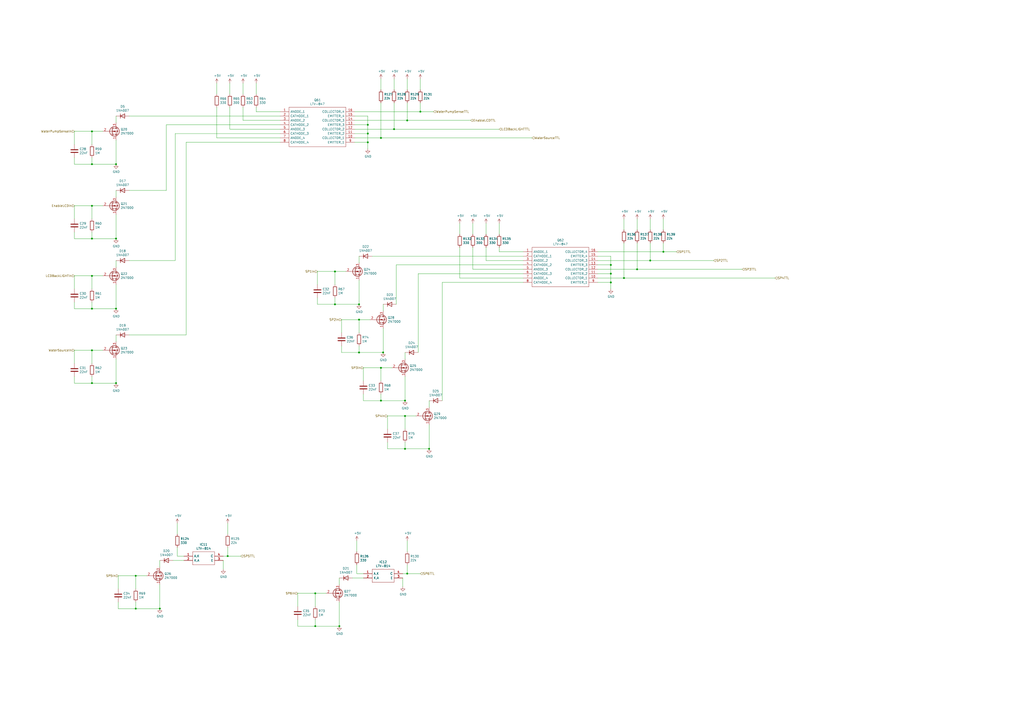
<source format=kicad_sch>
(kicad_sch (version 20231120) (generator "eeschema") (generator_version "8.0")
  (paper "A2")
  (lib_symbols
    (symbol "Device:C" (pin_numbers hide) (pin_names (offset 0.254))
      (property "Reference" "C" (at 0.635 2.54 0))
      (property "Value" "C" (at 0.635 -2.54 0))
      (symbol "C_0_1"
        (polyline (pts (xy -2.032 -0.762) (xy 2.032 -0.762)) (stroke (width 0.508)))
        (polyline (pts (xy -2.032 0.762) (xy 2.032 0.762)) (stroke (width 0.508)))
      )
      (symbol "C_1_1"
        (pin passive line (at 0 3.81 270) (length 2.794) (name "~") (number "1"))
        (pin passive line (at 0 -3.81 90) (length 2.794) (name "~") (number "2"))
      )
    )
    (symbol "Device:R" (pin_numbers hide) (pin_names (offset 0))
      (property "Reference" "R" (at 2.032 0 90))
      (property "Value" "R" (at 0 0 90))
      (symbol "R_0_1"
        (rectangle (start -1.016 -2.54) (end 1.016 2.54) (stroke (width 0.254)))
      )
      (symbol "R_1_1"
        (pin passive line (at 0 3.81 270) (length 1.27) (name "~") (number "1"))
        (pin passive line (at 0 -3.81 90) (length 1.27) (name "~") (number "2"))
      )
    )
    (symbol "Diode:1N4007" (pin_numbers hide) (pin_names (offset 1.016) hide)
      (property "Reference" "D" (at 0 2.54 0))
      (property "Value" "1N4007" (at 0 -2.54 0))
      (symbol "1N4007_0_1"
        (polyline (pts (xy -1.27 1.27) (xy -1.27 -1.27)) (stroke (width 0.254)))
        (polyline (pts (xy 1.27 0) (xy -1.27 0)))
        (polyline (pts (xy 1.27 1.27) (xy 1.27 -1.27) (xy -1.27 0) (xy 1.27 1.27)) (stroke (width 0.254)))
      )
      (symbol "1N4007_1_1"
        (pin passive line (at -3.81 0 0) (length 2.54) (name "K") (number "1"))
        (pin passive line (at 3.81 0 180) (length 2.54) (name "A") (number "2"))
      )
    )
    (symbol "SamacSys_Parts:LTV-814" (pin_names (offset 0.762))
      (property "Reference" "IC" (at 19.05 7.62 0))
      (property "Value" "SamacSys_Parts_LTV-814" (at 19.05 5.08 0))
      (symbol "LTV-814_0_0"
        (pin passive line (at 0 0 0) (length 5.08) (name "A,K") (number "1"))
        (pin passive line (at 0 -2.54 0) (length 5.08) (name "K,A") (number "2"))
        (pin passive line (at 22.86 -2.54 180) (length 5.08) (name "E") (number "3"))
        (pin passive line (at 22.86 0 180) (length 5.08) (name "C") (number "4"))
      )
      (symbol "LTV-814_0_1"
        (polyline (pts (xy 5.08 2.54) (xy 17.78 2.54) (xy 17.78 -5.08) (xy 5.08 -5.08) (xy 5.08 2.54)) (stroke (width 0.1524)))
      )
    )
    (symbol "SamacSys_Parts:LTV-847" (pin_names (offset 0.762))
      (property "Reference" "Q" (at 39.37 7.62 0))
      (property "Value" "SamacSys_Parts_LTV-847" (at 39.37 5.08 0))
      (symbol "LTV-847_0_0"
        (pin passive line (at 0 0 0) (length 5.08) (name "ANODE_1") (number "1"))
        (pin passive line (at 43.18 -15.24 180) (length 5.08) (name "COLLECTOR_1") (number "10"))
        (pin passive line (at 43.18 -12.7 180) (length 5.08) (name "EMITTER_2") (number "11"))
        (pin passive line (at 43.18 -10.16 180) (length 5.08) (name "COLLECTOR_2") (number "12"))
        (pin passive line (at 43.18 -7.62 180) (length 5.08) (name "EMITTER_3") (number "13"))
        (pin passive line (at 43.18 -5.08 180) (length 5.08) (name "COLLECTOR_3") (number "14"))
        (pin passive line (at 43.18 -2.54 180) (length 5.08) (name "EMITTER_4") (number "15"))
        (pin passive line (at 43.18 0 180) (length 5.08) (name "COLLECTOR_4") (number "16"))
        (pin passive line (at 0 -2.54 0) (length 5.08) (name "CATHODE_1") (number "2"))
        (pin passive line (at 0 -5.08 0) (length 5.08) (name "ANODE_2") (number "3"))
        (pin passive line (at 0 -7.62 0) (length 5.08) (name "CATHODE_2") (number "4"))
        (pin passive line (at 0 -10.16 0) (length 5.08) (name "ANODE_3") (number "5"))
        (pin passive line (at 0 -12.7 0) (length 5.08) (name "CATHODE_3") (number "6"))
        (pin passive line (at 0 -15.24 0) (length 5.08) (name "ANODE_4") (number "7"))
        (pin passive line (at 0 -17.78 0) (length 5.08) (name "CATHODE_4") (number "8"))
        (pin passive line (at 43.18 -17.78 180) (length 5.08) (name "EMITTER_1") (number "9"))
      )
      (symbol "LTV-847_0_1"
        (polyline (pts (xy 5.08 2.54) (xy 38.1 2.54) (xy 38.1 -20.32) (xy 5.08 -20.32) (xy 5.08 2.54)) (stroke (width 0.1524)))
      )
    )
    (symbol "Transistor_FET:2N7000" (pin_names hide)
      (property "Reference" "Q" (at 5.08 1.905 0))
      (property "Value" "2N7000" (at 5.08 0 0))
      (symbol "2N7000_0_1"
        (polyline (pts (xy 0.254 0) (xy -2.54 0)))
        (polyline (pts (xy 0.254 1.905) (xy 0.254 -1.905)) (stroke (width 0.254)))
        (polyline (pts (xy 0.762 -1.27) (xy 0.762 -2.286)) (stroke (width 0.254)))
        (polyline (pts (xy 0.762 0.508) (xy 0.762 -0.508)) (stroke (width 0.254)))
        (polyline (pts (xy 0.762 2.286) (xy 0.762 1.27)) (stroke (width 0.254)))
        (polyline (pts (xy 2.54 2.54) (xy 2.54 1.778)))
        (polyline (pts (xy 2.54 -2.54) (xy 2.54 0) (xy 0.762 0)))
        (polyline (pts (xy 0.762 -1.778) (xy 3.302 -1.778) (xy 3.302 1.778) (xy 0.762 1.778)))
        (polyline (pts (xy 1.016 0) (xy 2.032 0.381) (xy 2.032 -0.381) (xy 1.016 0)) (fill (type outline)))
        (polyline (pts (xy 2.794 0.508) (xy 2.921 0.381) (xy 3.683 0.381) (xy 3.81 0.254)))
        (polyline (pts (xy 3.302 0.381) (xy 2.921 -0.254) (xy 3.683 -0.254) (xy 3.302 0.381)))
        (circle (center 1.651 0) (radius 2.794) (stroke (width 0.254)))
        (circle (center 2.54 -1.778) (radius 0.254) (fill (type outline)))
        (circle (center 2.54 1.778) (radius 0.254) (fill (type outline)))
      )
      (symbol "2N7000_1_1"
        (pin passive line (at 2.54 -5.08 90) (length 2.54) (name "S") (number "1"))
        (pin input line (at -5.08 0 0) (length 2.54) (name "G") (number "2"))
        (pin passive line (at 2.54 5.08 270) (length 2.54) (name "D") (number "3"))
      )
    )
    (symbol "power:+5V" (power) (pin_names (offset 0))
      (property "Value" "+5V" (at 0 3.556 0))
      (symbol "+5V_0_1"
        (polyline (pts (xy -0.762 1.27) (xy 0 2.54)))
        (polyline (pts (xy 0 0) (xy 0 2.54)))
        (polyline (pts (xy 0 2.54) (xy 0.762 1.27)))
      )
      (symbol "+5V_1_1"
        (pin power_in line (at 0 0 90) (length 0) hide (name "+5V") (number "1"))
      )
    )
    (symbol "power:GND" (power) (pin_names (offset 0))
      (property "Value" "GND" (at 0 -3.81 0))
      (symbol "GND_0_1"
        (polyline (pts (xy 0 0) (xy 0 -1.27) (xy 1.27 -1.27) (xy 0 -2.54) (xy -1.27 -1.27) (xy 0 -1.27)))
      )
      (symbol "GND_1_1"
        (pin power_in line (at 0 0 270) (length 0) hide (name "GND") (number "1"))
      )
    )
  )
  (junction (at 248.92 260.35))
  (junction (at 369.57 156.21))
  (junction (at 194.31 176.53))
  (junction (at 92.71 353.06))
  (junction (at 53.34 95.25))
  (junction (at 182.88 344.17))
  (junction (at 67.31 95.25))
  (junction (at 208.28 204.47))
  (junction (at 213.36 82.55))
  (junction (at 222.25 204.47))
  (junction (at 182.88 363.22))
  (junction (at 67.31 222.25))
  (junction (at 234.95 241.3))
  (junction (at 228.6 74.93))
  (junction (at 354.33 163.83))
  (junction (at 132.08 322.58))
  (junction (at 67.31 179.07))
  (junction (at 354.33 158.75))
  (junction (at 208.28 176.53))
  (junction (at 213.36 77.47))
  (junction (at 208.28 185.42))
  (junction (at 234.95 232.41))
  (junction (at 234.95 260.35))
  (junction (at 384.81 146.05))
  (junction (at 78.74 334.01))
  (junction (at 194.31 157.48))
  (junction (at 354.33 153.67))
  (junction (at 53.34 203.2))
  (junction (at 53.34 138.43))
  (junction (at 361.95 161.29))
  (junction (at 377.19 151.13))
  (junction (at 236.22 69.85))
  (junction (at 78.74 353.06))
  (junction (at 53.34 179.07))
  (junction (at 67.31 138.43))
  (junction (at 220.98 232.41))
  (junction (at 220.98 80.01))
  (junction (at 213.36 72.39))
  (junction (at 236.22 332.74))
  (junction (at 53.34 222.25))
  (junction (at 196.85 363.22))
  (junction (at 53.34 160.02))
  (junction (at 53.34 76.2))
  (junction (at 243.84 64.77))
  (junction (at 220.98 213.36))
  (junction (at 53.34 119.38))
  (wire (pts (xy 92.71 339.09) (xy 92.71 353.06)))
  (wire (pts (xy 184.15 157.48) (xy 194.31 157.48)))
  (wire (pts (xy 384.81 146.05) (xy 392.43 146.05)))
  (wire (pts (xy 210.82 213.36) (xy 220.98 213.36)))
  (wire (pts (xy 67.31 165.1) (xy 67.31 179.07)))
  (wire (pts (xy 229.87 153.67) (xy 303.53 153.67)))
  (wire (pts (xy 266.7 143.51) (xy 266.7 161.29)))
  (wire (pts (xy 53.34 203.2) (xy 59.69 203.2)))
  (wire (pts (xy 125.73 48.26) (xy 125.73 54.61)))
  (wire (pts (xy 100.33 325.12) (xy 106.68 325.12)))
  (wire (pts (xy 377.19 140.97) (xy 377.19 151.13)))
  (wire (pts (xy 182.88 363.22) (xy 196.85 363.22)))
  (wire (pts (xy 256.54 232.41) (xy 256.54 163.83)))
  (wire (pts (xy 224.79 241.3) (xy 234.95 241.3)))
  (wire (pts (xy 256.54 163.83) (xy 303.53 163.83)))
  (wire (pts (xy 148.59 48.26) (xy 148.59 54.61)))
  (wire (pts (xy 229.87 176.53) (xy 229.87 153.67)))
  (wire (pts (xy 43.18 210.82) (xy 43.18 203.2)))
  (wire (pts (xy 132.08 322.58) (xy 139.7 322.58)))
  (wire (pts (xy 43.18 167.64) (xy 43.18 160.02)))
  (wire (pts (xy 102.87 303.53) (xy 102.87 309.88)))
  (wire (pts (xy 43.18 138.43) (xy 53.34 138.43)))
  (wire (pts (xy 289.56 143.51) (xy 289.56 146.05)))
  (wire (pts (xy 102.87 322.58) (xy 102.87 317.5)))
  (wire (pts (xy 67.31 208.28) (xy 67.31 222.25)))
  (wire (pts (xy 384.81 140.97) (xy 384.81 146.05)))
  (wire (pts (xy 67.31 124.46) (xy 67.31 138.43)))
  (wire (pts (xy 236.22 59.69) (xy 236.22 69.85)))
  (wire (pts (xy 234.95 208.28) (xy 234.95 204.47)))
  (wire (pts (xy 346.71 153.67) (xy 354.33 153.67)))
  (wire (pts (xy 361.95 127) (xy 361.95 133.35)))
  (wire (pts (xy 207.01 332.74) (xy 207.01 327.66)))
  (wire (pts (xy 354.33 153.67) (xy 354.33 158.75)))
  (wire (pts (xy 354.33 167.64) (xy 354.33 163.83)))
  (wire (pts (xy 182.88 344.17) (xy 189.23 344.17)))
  (wire (pts (xy 224.79 248.92) (xy 224.79 241.3)))
  (wire (pts (xy 172.72 363.22) (xy 172.72 359.41)))
  (wire (pts (xy 243.84 59.69) (xy 243.84 64.77)))
  (wire (pts (xy 220.98 45.72) (xy 220.98 52.07)))
  (wire (pts (xy 236.22 332.74) (xy 236.22 327.66)))
  (wire (pts (xy 67.31 154.94) (xy 67.31 151.13)))
  (wire (pts (xy 53.34 138.43) (xy 67.31 138.43)))
  (wire (pts (xy 274.32 143.51) (xy 274.32 156.21)))
  (wire (pts (xy 68.58 353.06) (xy 68.58 349.25)))
  (wire (pts (xy 354.33 158.75) (xy 354.33 163.83)))
  (wire (pts (xy 210.82 232.41) (xy 220.98 232.41)))
  (wire (pts (xy 132.08 322.58) (xy 132.08 317.5)))
  (wire (pts (xy 303.53 151.13) (xy 281.94 151.13)))
  (wire (pts (xy 220.98 213.36) (xy 227.33 213.36)))
  (wire (pts (xy 101.6 77.47) (xy 101.6 151.13)))
  (wire (pts (xy 184.15 176.53) (xy 184.15 172.72)))
  (wire (pts (xy 266.7 129.54) (xy 266.7 135.89)))
  (wire (pts (xy 205.74 74.93) (xy 228.6 74.93)))
  (wire (pts (xy 43.18 160.02) (xy 53.34 160.02)))
  (wire (pts (xy 213.36 72.39) (xy 213.36 77.47)))
  (wire (pts (xy 361.95 140.97) (xy 361.95 161.29)))
  (wire (pts (xy 208.28 200.66) (xy 208.28 204.47)))
  (wire (pts (xy 67.31 71.12) (xy 67.31 67.31)))
  (wire (pts (xy 125.73 80.01) (xy 162.56 80.01)))
  (wire (pts (xy 182.88 351.79) (xy 182.88 344.17)))
  (wire (pts (xy 224.79 260.35) (xy 234.95 260.35)))
  (wire (pts (xy 213.36 86.36) (xy 213.36 82.55)))
  (wire (pts (xy 266.7 161.29) (xy 303.53 161.29)))
  (wire (pts (xy 220.98 220.98) (xy 220.98 213.36)))
  (wire (pts (xy 68.58 334.01) (xy 78.74 334.01)))
  (wire (pts (xy 243.84 64.77) (xy 251.46 64.77)))
  (wire (pts (xy 274.32 129.54) (xy 274.32 135.89)))
  (wire (pts (xy 346.71 158.75) (xy 354.33 158.75)))
  (wire (pts (xy 43.18 179.07) (xy 53.34 179.07)))
  (wire (pts (xy 205.74 64.77) (xy 243.84 64.77)))
  (wire (pts (xy 92.71 328.93) (xy 92.71 325.12)))
  (wire (pts (xy 236.22 45.72) (xy 236.22 52.07)))
  (wire (pts (xy 234.95 256.54) (xy 234.95 260.35)))
  (wire (pts (xy 53.34 95.25) (xy 67.31 95.25)))
  (wire (pts (xy 133.35 74.93) (xy 162.56 74.93)))
  (wire (pts (xy 129.54 322.58) (xy 132.08 322.58)))
  (wire (pts (xy 148.59 62.23) (xy 148.59 64.77)))
  (wire (pts (xy 53.34 210.82) (xy 53.34 203.2)))
  (wire (pts (xy 125.73 62.23) (xy 125.73 80.01)))
  (wire (pts (xy 369.57 140.97) (xy 369.57 156.21)))
  (wire (pts (xy 346.71 148.59) (xy 354.33 148.59)))
  (wire (pts (xy 233.68 340.36) (xy 233.68 335.28)))
  (wire (pts (xy 43.18 83.82) (xy 43.18 76.2)))
  (wire (pts (xy 210.82 232.41) (xy 210.82 228.6)))
  (wire (pts (xy 198.12 204.47) (xy 208.28 204.47)))
  (wire (pts (xy 78.74 349.25) (xy 78.74 353.06)))
  (wire (pts (xy 236.22 313.69) (xy 236.22 320.04)))
  (wire (pts (xy 43.18 76.2) (xy 53.34 76.2)))
  (wire (pts (xy 74.93 194.31) (xy 107.95 194.31)))
  (wire (pts (xy 346.71 161.29) (xy 361.95 161.29)))
  (wire (pts (xy 213.36 77.47) (xy 213.36 82.55)))
  (wire (pts (xy 234.95 241.3) (xy 241.3 241.3)))
  (wire (pts (xy 377.19 127) (xy 377.19 133.35)))
  (wire (pts (xy 78.74 334.01) (xy 85.09 334.01)))
  (wire (pts (xy 205.74 77.47) (xy 213.36 77.47)))
  (wire (pts (xy 243.84 45.72) (xy 243.84 52.07)))
  (wire (pts (xy 53.34 222.25) (xy 67.31 222.25)))
  (wire (pts (xy 68.58 353.06) (xy 78.74 353.06)))
  (wire (pts (xy 198.12 204.47) (xy 198.12 200.66)))
  (wire (pts (xy 274.32 156.21) (xy 303.53 156.21)))
  (wire (pts (xy 132.08 303.53) (xy 132.08 309.88)))
  (wire (pts (xy 53.34 218.44) (xy 53.34 222.25)))
  (wire (pts (xy 74.93 110.49) (xy 96.52 110.49)))
  (wire (pts (xy 377.19 151.13) (xy 414.02 151.13)))
  (wire (pts (xy 53.34 119.38) (xy 59.69 119.38)))
  (wire (pts (xy 172.72 344.17) (xy 182.88 344.17)))
  (wire (pts (xy 236.22 69.85) (xy 273.05 69.85)))
  (wire (pts (xy 53.34 91.44) (xy 53.34 95.25)))
  (wire (pts (xy 281.94 129.54) (xy 281.94 135.89)))
  (wire (pts (xy 194.31 172.72) (xy 194.31 176.53)))
  (wire (pts (xy 207.01 313.69) (xy 207.01 320.04)))
  (wire (pts (xy 101.6 151.13) (xy 74.93 151.13)))
  (wire (pts (xy 172.72 351.79) (xy 172.72 344.17)))
  (wire (pts (xy 133.35 48.26) (xy 133.35 54.61)))
  (wire (pts (xy 224.79 260.35) (xy 224.79 256.54)))
  (wire (pts (xy 196.85 349.25) (xy 196.85 363.22)))
  (wire (pts (xy 205.74 72.39) (xy 213.36 72.39)))
  (wire (pts (xy 289.56 129.54) (xy 289.56 135.89)))
  (wire (pts (xy 220.98 80.01) (xy 308.61 80.01)))
  (wire (pts (xy 198.12 185.42) (xy 208.28 185.42)))
  (wire (pts (xy 205.74 69.85) (xy 236.22 69.85)))
  (wire (pts (xy 234.95 248.92) (xy 234.95 241.3)))
  (wire (pts (xy 228.6 74.93) (xy 289.56 74.93)))
  (wire (pts (xy 74.93 67.31) (xy 162.56 67.31)))
  (wire (pts (xy 43.18 222.25) (xy 53.34 222.25)))
  (wire (pts (xy 43.18 95.25) (xy 53.34 95.25)))
  (wire (pts (xy 220.98 232.41) (xy 234.95 232.41)))
  (wire (pts (xy 53.34 160.02) (xy 59.69 160.02)))
  (wire (pts (xy 129.54 330.2) (xy 129.54 325.12)))
  (wire (pts (xy 215.9 148.59) (xy 303.53 148.59)))
  (wire (pts (xy 184.15 176.53) (xy 194.31 176.53)))
  (wire (pts (xy 172.72 363.22) (xy 182.88 363.22)))
  (wire (pts (xy 53.34 76.2) (xy 59.69 76.2)))
  (wire (pts (xy 346.71 151.13) (xy 377.19 151.13)))
  (wire (pts (xy 205.74 67.31) (xy 213.36 67.31)))
  (wire (pts (xy 354.33 148.59) (xy 354.33 153.67)))
  (wire (pts (xy 198.12 193.04) (xy 198.12 185.42)))
  (wire (pts (xy 107.95 194.31) (xy 107.95 82.55)))
  (wire (pts (xy 78.74 341.63) (xy 78.74 334.01)))
  (wire (pts (xy 194.31 165.1) (xy 194.31 157.48)))
  (wire (pts (xy 67.31 81.28) (xy 67.31 95.25)))
  (wire (pts (xy 162.56 69.85) (xy 140.97 69.85)))
  (wire (pts (xy 208.28 152.4) (xy 208.28 148.59)))
  (wire (pts (xy 53.34 134.62) (xy 53.34 138.43)))
  (wire (pts (xy 148.59 64.77) (xy 162.56 64.77)))
  (wire (pts (xy 43.18 203.2) (xy 53.34 203.2)))
  (wire (pts (xy 222.25 180.34) (xy 222.25 176.53)))
  (wire (pts (xy 248.92 246.38) (xy 248.92 260.35)))
  (wire (pts (xy 236.22 332.74) (xy 243.84 332.74)))
  (wire (pts (xy 289.56 146.05) (xy 303.53 146.05)))
  (wire (pts (xy 234.95 260.35) (xy 248.92 260.35)))
  (wire (pts (xy 210.82 332.74) (xy 207.01 332.74)))
  (wire (pts (xy 354.33 163.83) (xy 346.71 163.83)))
  (wire (pts (xy 53.34 175.26) (xy 53.34 179.07)))
  (wire (pts (xy 346.71 156.21) (xy 369.57 156.21)))
  (wire (pts (xy 43.18 119.38) (xy 53.34 119.38)))
  (wire (pts (xy 43.18 95.25) (xy 43.18 91.44)))
  (wire (pts (xy 208.28 193.04) (xy 208.28 185.42)))
  (wire (pts (xy 369.57 127) (xy 369.57 133.35)))
  (wire (pts (xy 67.31 114.3) (xy 67.31 110.49)))
  (wire (pts (xy 194.31 176.53) (xy 208.28 176.53)))
  (wire (pts (xy 43.18 127) (xy 43.18 119.38)))
  (wire (pts (xy 233.68 332.74) (xy 236.22 332.74)))
  (wire (pts (xy 361.95 161.29) (xy 449.58 161.29)))
  (wire (pts (xy 96.52 110.49) (xy 96.52 72.39)))
  (wire (pts (xy 303.53 158.75) (xy 242.57 158.75)))
  (wire (pts (xy 208.28 162.56) (xy 208.28 176.53)))
  (wire (pts (xy 96.52 72.39) (xy 162.56 72.39)))
  (wire (pts (xy 210.82 220.98) (xy 210.82 213.36)))
  (wire (pts (xy 220.98 59.69) (xy 220.98 80.01)))
  (wire (pts (xy 208.28 204.47) (xy 222.25 204.47)))
  (wire (pts (xy 53.34 127) (xy 53.34 119.38)))
  (wire (pts (xy 220.98 228.6) (xy 220.98 232.41)))
  (wire (pts (xy 43.18 138.43) (xy 43.18 134.62)))
  (wire (pts (xy 204.47 335.28) (xy 210.82 335.28)))
  (wire (pts (xy 43.18 179.07) (xy 43.18 175.26)))
  (wire (pts (xy 205.74 80.01) (xy 220.98 80.01)))
  (wire (pts (xy 346.71 146.05) (xy 384.81 146.05)))
  (wire (pts (xy 242.57 204.47) (xy 242.57 158.75)))
  (wire (pts (xy 140.97 69.85) (xy 140.97 62.23)))
  (wire (pts (xy 234.95 218.44) (xy 234.95 232.41)))
  (wire (pts (xy 53.34 83.82) (xy 53.34 76.2)))
  (wire (pts (xy 213.36 82.55) (xy 205.74 82.55)))
  (wire (pts (xy 68.58 341.63) (xy 68.58 334.01)))
  (wire (pts (xy 384.81 127) (xy 384.81 133.35)))
  (wire (pts (xy 53.34 179.07) (xy 67.31 179.07)))
  (wire (pts (xy 208.28 185.42) (xy 214.63 185.42)))
  (wire (pts (xy 133.35 62.23) (xy 133.35 74.93)))
  (wire (pts (xy 182.88 359.41) (xy 182.88 363.22)))
  (wire (pts (xy 213.36 67.31) (xy 213.36 72.39)))
  (wire (pts (xy 53.34 167.64) (xy 53.34 160.02)))
  (wire (pts (xy 107.95 82.55) (xy 162.56 82.55)))
  (wire (pts (xy 281.94 151.13) (xy 281.94 143.51)))
  (wire (pts (xy 222.25 190.5) (xy 222.25 204.47)))
  (wire (pts (xy 106.68 322.58) (xy 102.87 322.58)))
  (wire (pts (xy 184.15 165.1) (xy 184.15 157.48)))
  (wire (pts (xy 228.6 59.69) (xy 228.6 74.93)))
  (wire (pts (xy 67.31 198.12) (xy 67.31 194.31)))
  (wire (pts (xy 162.56 77.47) (xy 101.6 77.47)))
  (wire (pts (xy 196.85 339.09) (xy 196.85 335.28)))
  (wire (pts (xy 78.74 353.06) (xy 92.71 353.06)))
  (wire (pts (xy 194.31 157.48) (xy 200.66 157.48)))
  (wire (pts (xy 248.92 236.22) (xy 248.92 232.41)))
  (wire (pts (xy 43.18 222.25) (xy 43.18 218.44)))
  (wire (pts (xy 228.6 45.72) (xy 228.6 52.07)))
  (wire (pts (xy 140.97 48.26) (xy 140.97 54.61)))
  (wire (pts (xy 369.57 156.21) (xy 430.53 156.21)))
  (hierarchical_label "LCDBackLIGHTIn" (shape input) (at 43.18 160.02 180))
  (hierarchical_label "SP2TTL" (shape input) (at 414.02 151.13 0))
  (hierarchical_label "SP1In" (shape input) (at 184.15 157.48 180))
  (hierarchical_label "SP2In" (shape input) (at 198.12 185.42 180))
  (hierarchical_label "SP5In" (shape input) (at 68.58 334.01 180))
  (hierarchical_label "SP6TTL" (shape input) (at 243.84 332.74 0))
  (hierarchical_label "SP6In" (shape input) (at 172.72 344.17 180))
  (hierarchical_label "LCDBackLIGHTTTL" (shape input) (at 289.56 74.93 0))
  (hierarchical_label "SP4In" (shape input) (at 224.79 241.3 180))
  (hierarchical_label "WaterPumpSenseTTL" (shape input) (at 251.46 64.77 0))
  (hierarchical_label "SP5TTL" (shape input) (at 139.7 322.58 0))
  (hierarchical_label "SP3In" (shape input) (at 210.82 213.36 180))
  (hierarchical_label "EnableLCDTTL" (shape input) (at 273.05 69.85 0))
  (hierarchical_label "EnableLCDIn" (shape input) (at 43.18 119.38 180))
  (hierarchical_label "WaterSourceTTL" (shape input) (at 308.61 80.01 0))
  (hierarchical_label "SP1TTL" (shape input) (at 392.43 146.05 0))
  (hierarchical_label "SP4TTL" (shape input) (at 449.58 161.29 0))
  (hierarchical_label "WaterSourceIn" (shape input) (at 43.18 203.2 180))
  (hierarchical_label "WaterPumpSenseIn" (shape input) (at 43.18 76.2 180))
  (hierarchical_label "SP3TTL" (shape input) (at 430.53 156.21 0))
  (symbol (lib_id "Device:R") (at 53.34 87.63 0) (unit 1)
    (property "Reference" "R59" (at 55.118 86.4616 0) (effects (justify left)))
    (property "Value" "1M" (at 55.118 88.773 0) (effects (justify left)))
    (property "Footprint" "Resistor_THT:R_Axial_DIN0207_L6.3mm_D2.5mm_P2.54mm_Vertical" (effects (hide yes)))
  )
  (symbol (lib_id "power:GND") (at 67.31 95.25 0) (unit 1)
    (property "Reference" "#PWR0106" (effects (hide yes)))
    (property "Value" "GND" (at 67.437 99.6442 0))
  )
  (symbol (lib_id "Device:R") (at 140.97 58.42 0) (unit 1)
    (property "Reference" "R63" (at 142.748 57.2516 0) (effects (justify left)))
    (property "Value" "330" (at 142.748 59.563 0) (effects (justify left)))
    (property "Footprint" "Resistor_THT:R_Axial_DIN0207_L6.3mm_D2.5mm_P2.54mm_Vertical" (effects (hide yes)))
  )
  (symbol (lib_id "Transistor_FET:2N7000") (at 64.77 76.2 0) (unit 1)
    (property "Reference" "Q20" (at 69.9516 75.0316 0) (effects (justify left)))
    (property "Value" "2N7000" (at 69.9516 77.343 0) (effects (justify left)))
    (property "Footprint" "Package_TO_SOT_THT:TO-92_Inline" (effects (hide yes)))
    (property "Datasheet" "https://www.onsemi.com/pub/Collateral/NDS7002A-D.PDF" (effects (hide yes)))
  )
  (symbol (lib_id "Device:C") (at 43.18 87.63 0) (unit 1)
    (property "Reference" "C28" (at 46.101 86.4616 0) (effects (justify left)))
    (property "Value" "22nF" (at 46.101 88.773 0) (effects (justify left)))
    (property "Footprint" "Capacitor_THT:C_Disc_D4.7mm_W2.5mm_P5.00mm" (effects (hide yes)))
  )
  (symbol (lib_id "Device:R") (at 53.34 130.81 0) (unit 1)
    (property "Reference" "R60" (at 55.118 129.6416 0) (effects (justify left)))
    (property "Value" "1M" (at 55.118 131.953 0) (effects (justify left)))
    (property "Footprint" "Resistor_THT:R_Axial_DIN0207_L6.3mm_D2.5mm_P2.54mm_Vertical" (effects (hide yes)))
  )
  (symbol (lib_id "power:GND") (at 67.31 138.43 0) (unit 1)
    (property "Reference" "#PWR0108" (effects (hide yes)))
    (property "Value" "GND" (at 67.437 142.8242 0))
  )
  (symbol (lib_id "Device:R") (at 148.59 58.42 0) (unit 1)
    (property "Reference" "R64" (at 150.368 57.2516 0) (effects (justify left)))
    (property "Value" "330" (at 150.368 59.563 0) (effects (justify left)))
    (property "Footprint" "Resistor_THT:R_Axial_DIN0207_L6.3mm_D2.5mm_P2.54mm_Vertical" (effects (hide yes)))
  )
  (symbol (lib_id "Transistor_FET:2N7000") (at 64.77 119.38 0) (unit 1)
    (property "Reference" "Q21" (at 69.9516 118.2116 0) (effects (justify left)))
    (property "Value" "2N7000" (at 69.9516 120.523 0) (effects (justify left)))
    (property "Footprint" "Package_TO_SOT_THT:TO-92_Inline" (effects (hide yes)))
    (property "Datasheet" "https://www.onsemi.com/pub/Collateral/NDS7002A-D.PDF" (effects (hide yes)))
  )
  (symbol (lib_id "Device:C") (at 43.18 130.81 0) (unit 1)
    (property "Reference" "C29" (at 46.101 129.6416 0) (effects (justify left)))
    (property "Value" "22nF" (at 46.101 131.953 0) (effects (justify left)))
    (property "Footprint" "Capacitor_THT:C_Disc_D4.7mm_W2.5mm_P5.00mm" (effects (hide yes)))
  )
  (symbol (lib_id "Device:R") (at 53.34 171.45 0) (unit 1)
    (property "Reference" "R61" (at 55.118 170.2816 0) (effects (justify left)))
    (property "Value" "1M" (at 55.118 172.593 0) (effects (justify left)))
    (property "Footprint" "Resistor_THT:R_Axial_DIN0207_L6.3mm_D2.5mm_P2.54mm_Vertical" (effects (hide yes)))
  )
  (symbol (lib_id "power:GND") (at 67.31 179.07 0) (unit 1)
    (property "Reference" "#PWR0110" (effects (hide yes)))
    (property "Value" "GND" (at 67.437 183.4642 0))
  )
  (symbol (lib_id "Device:R") (at 133.35 58.42 0) (unit 1)
    (property "Reference" "R65" (at 135.128 57.2516 0) (effects (justify left)))
    (property "Value" "300" (at 135.128 59.563 0) (effects (justify left)))
    (property "Footprint" "Resistor_THT:R_Axial_DIN0207_L6.3mm_D2.5mm_P2.54mm_Vertical" (effects (hide yes)))
  )
  (symbol (lib_id "Transistor_FET:2N7000") (at 64.77 160.02 0) (unit 1)
    (property "Reference" "Q22" (at 69.9516 158.8516 0) (effects (justify left)))
    (property "Value" "2N7000" (at 69.9516 161.163 0) (effects (justify left)))
    (property "Footprint" "Package_TO_SOT_THT:TO-92_Inline" (effects (hide yes)))
    (property "Datasheet" "https://www.onsemi.com/pub/Collateral/NDS7002A-D.PDF" (effects (hide yes)))
  )
  (symbol (lib_id "Device:C") (at 43.18 171.45 0) (unit 1)
    (property "Reference" "C30" (at 46.101 170.2816 0) (effects (justify left)))
    (property "Value" "22nF" (at 46.101 172.593 0) (effects (justify left)))
    (property "Footprint" "Capacitor_THT:C_Disc_D4.7mm_W2.5mm_P5.00mm" (effects (hide yes)))
  )
  (symbol (lib_id "Device:R") (at 53.34 214.63 0) (unit 1)
    (property "Reference" "R62" (at 55.118 213.4616 0) (effects (justify left)))
    (property "Value" "1M" (at 55.118 215.773 0) (effects (justify left)))
    (property "Footprint" "Resistor_THT:R_Axial_DIN0207_L6.3mm_D2.5mm_P2.54mm_Vertical" (effects (hide yes)))
  )
  (symbol (lib_id "power:GND") (at 67.31 222.25 0) (unit 1)
    (property "Reference" "#PWR0112" (effects (hide yes)))
    (property "Value" "GND" (at 67.437 226.6442 0))
  )
  (symbol (lib_id "Device:R") (at 125.73 58.42 0) (unit 1)
    (property "Reference" "R66" (at 127.508 57.2516 0) (effects (justify left)))
    (property "Value" "330" (at 127.508 59.563 0) (effects (justify left)))
    (property "Footprint" "Resistor_THT:R_Axial_DIN0207_L6.3mm_D2.5mm_P2.54mm_Vertical" (effects (hide yes)))
  )
  (symbol (lib_id "Transistor_FET:2N7000") (at 64.77 203.2 0) (unit 1)
    (property "Reference" "Q23" (at 69.9516 202.0316 0) (effects (justify left)))
    (property "Value" "2N7000" (at 69.9516 204.343 0) (effects (justify left)))
    (property "Footprint" "Package_TO_SOT_THT:TO-92_Inline" (effects (hide yes)))
    (property "Datasheet" "https://www.onsemi.com/pub/Collateral/NDS7002A-D.PDF" (effects (hide yes)))
  )
  (symbol (lib_id "Device:C") (at 43.18 214.63 0) (unit 1)
    (property "Reference" "C31" (at 46.101 213.4616 0) (effects (justify left)))
    (property "Value" "22nF" (at 46.101 215.773 0) (effects (justify left)))
    (property "Footprint" "Capacitor_THT:C_Disc_D4.7mm_W2.5mm_P5.00mm" (effects (hide yes)))
  )
  (symbol (lib_id "Device:R") (at 194.31 168.91 0) (unit 1)
    (property "Reference" "R67" (at 196.088 167.7416 0) (effects (justify left)))
    (property "Value" "1M" (at 196.088 170.053 0) (effects (justify left)))
    (property "Footprint" "Resistor_THT:R_Axial_DIN0207_L6.3mm_D2.5mm_P2.54mm_Vertical" (effects (hide yes)))
  )
  (symbol (lib_id "power:GND") (at 208.28 176.53 0) (unit 1)
    (property "Reference" "#PWR0114" (effects (hide yes)))
    (property "Value" "GND" (at 208.407 180.9242 0))
  )
  (symbol (lib_id "Transistor_FET:2N7000") (at 205.74 157.48 0) (unit 1)
    (property "Reference" "Q24" (at 210.9216 156.3116 0) (effects (justify left)))
    (property "Value" "2N7000" (at 210.9216 158.623 0) (effects (justify left)))
    (property "Footprint" "Package_TO_SOT_THT:TO-92_Inline" (effects (hide yes)))
    (property "Datasheet" "https://www.onsemi.com/pub/Collateral/NDS7002A-D.PDF" (effects (hide yes)))
  )
  (symbol (lib_id "Device:C") (at 184.15 168.91 0) (unit 1)
    (property "Reference" "C32" (at 187.071 167.7416 0) (effects (justify left)))
    (property "Value" "22nF" (at 187.071 170.053 0) (effects (justify left)))
    (property "Footprint" "Capacitor_THT:C_Disc_D4.7mm_W2.5mm_P5.00mm" (effects (hide yes)))
  )
  (symbol (lib_id "Device:R") (at 208.28 196.85 0) (unit 1)
    (property "Reference" "R74" (at 210.058 195.6816 0) (effects (justify left)))
    (property "Value" "1M" (at 210.058 197.993 0) (effects (justify left)))
    (property "Footprint" "Resistor_THT:R_Axial_DIN0207_L6.3mm_D2.5mm_P2.54mm_Vertical" (effects (hide yes)))
  )
  (symbol (lib_id "power:GND") (at 222.25 204.47 0) (unit 1)
    (property "Reference" "#PWR0122" (effects (hide yes)))
    (property "Value" "GND" (at 222.377 208.8642 0))
  )
  (symbol (lib_id "Transistor_FET:2N7000") (at 219.71 185.42 0) (unit 1)
    (property "Reference" "Q28" (at 224.8916 184.2516 0) (effects (justify left)))
    (property "Value" "2N7000" (at 224.8916 186.563 0) (effects (justify left)))
    (property "Footprint" "Package_TO_SOT_THT:TO-92_Inline" (effects (hide yes)))
    (property "Datasheet" "https://www.onsemi.com/pub/Collateral/NDS7002A-D.PDF" (effects (hide yes)))
  )
  (symbol (lib_id "Device:C") (at 198.12 196.85 0) (unit 1)
    (property "Reference" "C36" (at 201.041 195.6816 0) (effects (justify left)))
    (property "Value" "22nF" (at 201.041 197.993 0) (effects (justify left)))
    (property "Footprint" "Capacitor_THT:C_Disc_D4.7mm_W2.5mm_P5.00mm" (effects (hide yes)))
  )
  (symbol (lib_id "Device:R") (at 220.98 224.79 0) (unit 1)
    (property "Reference" "R68" (at 222.758 223.6216 0) (effects (justify left)))
    (property "Value" "1M" (at 222.758 225.933 0) (effects (justify left)))
    (property "Footprint" "Resistor_THT:R_Axial_DIN0207_L6.3mm_D2.5mm_P2.54mm_Vertical" (effects (hide yes)))
  )
  (symbol (lib_id "power:GND") (at 234.95 232.41 0) (unit 1)
    (property "Reference" "#PWR0116" (effects (hide yes)))
    (property "Value" "GND" (at 235.077 236.8042 0))
  )
  (symbol (lib_id "Transistor_FET:2N7000") (at 232.41 213.36 0) (unit 1)
    (property "Reference" "Q25" (at 237.5916 212.1916 0) (effects (justify left)))
    (property "Value" "2N7000" (at 237.5916 214.503 0) (effects (justify left)))
    (property "Footprint" "Package_TO_SOT_THT:TO-92_Inline" (effects (hide yes)))
    (property "Datasheet" "https://www.onsemi.com/pub/Collateral/NDS7002A-D.PDF" (effects (hide yes)))
  )
  (symbol (lib_id "Device:C") (at 210.82 224.79 0) (unit 1)
    (property "Reference" "C33" (at 213.741 223.6216 0) (effects (justify left)))
    (property "Value" "22nF" (at 213.741 225.933 0) (effects (justify left)))
    (property "Footprint" "Capacitor_THT:C_Disc_D4.7mm_W2.5mm_P5.00mm" (effects (hide yes)))
  )
  (symbol (lib_id "Device:R") (at 234.95 252.73 0) (unit 1)
    (property "Reference" "R75" (at 236.728 251.5616 0) (effects (justify left)))
    (property "Value" "1M" (at 236.728 253.873 0) (effects (justify left)))
    (property "Footprint" "Resistor_THT:R_Axial_DIN0207_L6.3mm_D2.5mm_P2.54mm_Vertical" (effects (hide yes)))
  )
  (symbol (lib_id "power:GND") (at 248.92 260.35 0) (unit 1)
    (property "Reference" "#PWR0124" (effects (hide yes)))
    (property "Value" "GND" (at 249.047 264.7442 0))
  )
  (symbol (lib_id "Transistor_FET:2N7000") (at 246.38 241.3 0) (unit 1)
    (property "Reference" "Q29" (at 251.5616 240.1316 0) (effects (justify left)))
    (property "Value" "2N7000" (at 251.5616 242.443 0) (effects (justify left)))
    (property "Footprint" "Package_TO_SOT_THT:TO-92_Inline" (effects (hide yes)))
    (property "Datasheet" "https://www.onsemi.com/pub/Collateral/NDS7002A-D.PDF" (effects (hide yes)))
  )
  (symbol (lib_id "Device:C") (at 224.79 252.73 0) (unit 1)
    (property "Reference" "C37" (at 227.711 251.5616 0) (effects (justify left)))
    (property "Value" "22nF" (at 227.711 253.873 0) (effects (justify left)))
    (property "Footprint" "Capacitor_THT:C_Disc_D4.7mm_W2.5mm_P5.00mm" (effects (hide yes)))
  )
  (symbol (lib_id "Device:R") (at 78.74 345.44 0) (unit 1)
    (property "Reference" "R69" (at 80.518 344.2716 0) (effects (justify left)))
    (property "Value" "1M" (at 80.518 346.583 0) (effects (justify left)))
    (property "Footprint" "Resistor_THT:R_Axial_DIN0207_L6.3mm_D2.5mm_P2.54mm_Vertical" (effects (hide yes)))
  )
  (symbol (lib_id "power:GND") (at 92.71 353.06 0) (unit 1)
    (property "Reference" "#PWR0118" (effects (hide yes)))
    (property "Value" "GND" (at 92.837 357.4542 0))
  )
  (symbol (lib_id "Transistor_FET:2N7000") (at 90.17 334.01 0) (unit 1)
    (property "Reference" "Q26" (at 95.3516 332.8416 0) (effects (justify left)))
    (property "Value" "2N7000" (at 95.3516 335.153 0) (effects (justify left)))
    (property "Footprint" "Package_TO_SOT_THT:TO-92_Inline" (effects (hide yes)))
    (property "Datasheet" "https://www.onsemi.com/pub/Collateral/NDS7002A-D.PDF" (effects (hide yes)))
  )
  (symbol (lib_id "Device:C") (at 68.58 345.44 0) (unit 1)
    (property "Reference" "C34" (at 71.501 344.2716 0) (effects (justify left)))
    (property "Value" "22nF" (at 71.501 346.583 0) (effects (justify left)))
    (property "Footprint" "Capacitor_THT:C_Disc_D4.7mm_W2.5mm_P5.00mm" (effects (hide yes)))
  )
  (symbol (lib_id "Device:R") (at 182.88 355.6 0) (unit 1)
    (property "Reference" "R73" (at 184.658 354.4316 0) (effects (justify left)))
    (property "Value" "1M" (at 184.658 356.743 0) (effects (justify left)))
    (property "Footprint" "Resistor_THT:R_Axial_DIN0207_L6.3mm_D2.5mm_P2.54mm_Vertical" (effects (hide yes)))
  )
  (symbol (lib_id "power:GND") (at 196.85 363.22 0) (unit 1)
    (property "Reference" "#PWR0120" (effects (hide yes)))
    (property "Value" "GND" (at 196.977 367.6142 0))
  )
  (symbol (lib_id "Transistor_FET:2N7000") (at 194.31 344.17 0) (unit 1)
    (property "Reference" "Q27" (at 199.4916 343.0016 0) (effects (justify left)))
    (property "Value" "2N7000" (at 199.4916 345.313 0) (effects (justify left)))
    (property "Footprint" "Package_TO_SOT_THT:TO-92_Inline" (effects (hide yes)))
    (property "Datasheet" "https://www.onsemi.com/pub/Collateral/NDS7002A-D.PDF" (effects (hide yes)))
  )
  (symbol (lib_id "Device:C") (at 172.72 355.6 0) (unit 1)
    (property "Reference" "C35" (at 175.641 354.4316 0) (effects (justify left)))
    (property "Value" "22nF" (at 175.641 356.743 0) (effects (justify left)))
    (property "Footprint" "Capacitor_THT:C_Disc_D4.7mm_W2.5mm_P5.00mm" (effects (hide yes)))
  )
  (symbol (lib_id "Diode:1N4007") (at 71.12 67.31 0) (unit 1)
    (property "Reference" "D5" (at 71.12 61.7982 0))
    (property "Value" "1N4007" (at 71.12 64.1096 0))
    (property "Footprint" "Diode_THT:D_DO-41_SOD81_P10.16mm_Horizontal" (effects (hide yes)))
    (property "Datasheet" "http://www.vishay.com/docs/88503/1n4001.pdf" (effects (hide yes)))
  )
  (symbol (lib_id "Diode:1N4007") (at 212.09 148.59 0) (unit 1)
    (property "Reference" "D22" (at 212.09 143.0782 0))
    (property "Value" "1N4007" (at 212.09 145.3896 0))
    (property "Footprint" "Diode_THT:D_DO-41_SOD81_P10.16mm_Horizontal" (effects (hide yes)))
    (property "Datasheet" "http://www.vishay.com/docs/88503/1n4001.pdf" (effects (hide yes)))
  )
  (symbol (lib_id "Diode:1N4007") (at 226.06 176.53 0) (unit 1)
    (property "Reference" "D23" (at 226.06 171.0182 0))
    (property "Value" "1N4007" (at 226.06 173.3296 0))
    (property "Footprint" "Diode_THT:D_DO-41_SOD81_P10.16mm_Horizontal" (effects (hide yes)))
    (property "Datasheet" "http://www.vishay.com/docs/88503/1n4001.pdf" (effects (hide yes)))
  )
  (symbol (lib_id "Diode:1N4007") (at 71.12 110.49 0) (unit 1)
    (property "Reference" "D17" (at 71.12 104.9782 0))
    (property "Value" "1N4007" (at 71.12 107.2896 0))
    (property "Footprint" "Diode_THT:D_DO-41_SOD81_P10.16mm_Horizontal" (effects (hide yes)))
    (property "Datasheet" "http://www.vishay.com/docs/88503/1n4001.pdf" (effects (hide yes)))
  )
  (symbol (lib_id "Diode:1N4007") (at 238.76 204.47 0) (unit 1)
    (property "Reference" "D24" (at 238.76 198.9582 0))
    (property "Value" "1N4007" (at 238.76 201.2696 0))
    (property "Footprint" "Diode_THT:D_DO-41_SOD81_P10.16mm_Horizontal" (effects (hide yes)))
    (property "Datasheet" "http://www.vishay.com/docs/88503/1n4001.pdf" (effects (hide yes)))
  )
  (symbol (lib_id "Diode:1N4007") (at 71.12 151.13 0) (unit 1)
    (property "Reference" "D18" (at 71.12 145.6182 0))
    (property "Value" "1N4007" (at 71.12 147.9296 0))
    (property "Footprint" "Diode_THT:D_DO-41_SOD81_P10.16mm_Horizontal" (effects (hide yes)))
    (property "Datasheet" "http://www.vishay.com/docs/88503/1n4001.pdf" (effects (hide yes)))
  )
  (symbol (lib_id "Diode:1N4007") (at 71.12 194.31 0) (unit 1)
    (property "Reference" "D19" (at 71.12 188.7982 0))
    (property "Value" "1N4007" (at 71.12 191.1096 0))
    (property "Footprint" "Diode_THT:D_DO-41_SOD81_P10.16mm_Horizontal" (effects (hide yes)))
    (property "Datasheet" "http://www.vishay.com/docs/88503/1n4001.pdf" (effects (hide yes)))
  )
  (symbol (lib_id "Diode:1N4007") (at 96.52 325.12 0) (unit 1)
    (property "Reference" "D20" (at 96.52 319.6082 0))
    (property "Value" "1N4007" (at 96.52 321.9196 0))
    (property "Footprint" "Diode_THT:D_DO-41_SOD81_P10.16mm_Horizontal" (effects (hide yes)))
    (property "Datasheet" "http://www.vishay.com/docs/88503/1n4001.pdf" (effects (hide yes)))
  )
  (symbol (lib_id "Diode:1N4007") (at 200.66 335.28 0) (unit 1)
    (property "Reference" "D21" (at 200.66 329.7682 0))
    (property "Value" "1N4007" (at 200.66 332.0796 0))
    (property "Footprint" "Diode_THT:D_DO-41_SOD81_P10.16mm_Horizontal" (effects (hide yes)))
    (property "Datasheet" "http://www.vishay.com/docs/88503/1n4001.pdf" (effects (hide yes)))
  )
  (symbol (lib_id "Diode:1N4007") (at 252.73 232.41 0) (unit 1)
    (property "Reference" "D25" (at 252.73 226.8982 0))
    (property "Value" "1N4007" (at 252.73 229.2096 0))
    (property "Footprint" "Diode_THT:D_DO-41_SOD81_P10.16mm_Horizontal" (effects (hide yes)))
    (property "Datasheet" "http://www.vishay.com/docs/88503/1n4001.pdf" (effects (hide yes)))
  )
  (symbol (lib_id "SamacSys_Parts:LTV-847") (at 162.56 64.77 0) (unit 1)
    (property "Reference" "Q61" (at 184.15 58.039 0))
    (property "Value" "LTV-847" (at 184.15 60.3504 0))
    (property "Footprint" "DIP762W60P254L1984H450Q16N" (effects (hide yes)))
    (property "Datasheet" "https://datasheet.datasheetarchive.com/originals/distributors/Datasheets-305/79782.pdf" (effects (hide yes)))
    (property "Description" "PTH 16PDIP DC Input Transistor" (effects (hide yes)))
    (property "Height" "4.5" (effects (hide yes)))
    (property "Mouser Part Number" "859-LTV-847" (effects (hide yes)))
    (property "Mouser Price/Stock" "https://www.mouser.co.uk/ProductDetail/Lite-On/LTV-847?qs=HMpxB34gN8NSIrLkafiZAg%3D%3D" (effects (hide yes)))
    (property "Manufacturer_Name" "Lite-On" (effects (hide yes)))
    (property "Manufacturer_Part_Number" "LTV-847" (effects (hide yes)))
  )
  (symbol (lib_id "power:+5V") (at 125.73 48.26 0) (unit 1)
    (property "Reference" "#PWR0165" (effects (hide yes)))
    (property "Value" "+5V" (at 126.111 43.8658 0))
  )
  (symbol (lib_id "power:+5V") (at 133.35 48.26 0) (unit 1)
    (property "Reference" "#PWR0166" (effects (hide yes)))
    (property "Value" "+5V" (at 133.731 43.8658 0))
  )
  (symbol (lib_id "power:+5V") (at 140.97 48.26 0) (unit 1)
    (property "Reference" "#PWR0167" (effects (hide yes)))
    (property "Value" "+5V" (at 141.351 43.8658 0))
  )
  (symbol (lib_id "power:+5V") (at 148.59 48.26 0) (unit 1)
    (property "Reference" "#PWR0168" (effects (hide yes)))
    (property "Value" "+5V" (at 148.971 43.8658 0))
  )
  (symbol (lib_id "Device:R") (at 236.22 55.88 0) (unit 1)
    (property "Reference" "R129" (at 237.998 54.7116 0) (effects (justify left)))
    (property "Value" "22k" (at 237.998 57.023 0) (effects (justify left)))
    (property "Footprint" "Resistor_THT:R_Axial_DIN0207_L6.3mm_D2.5mm_P2.54mm_Vertical" (effects (hide yes)))
  )
  (symbol (lib_id "Device:R") (at 243.84 55.88 0) (unit 1)
    (property "Reference" "R131" (at 245.618 54.7116 0) (effects (justify left)))
    (property "Value" "22k" (at 245.618 57.023 0) (effects (justify left)))
    (property "Footprint" "Resistor_THT:R_Axial_DIN0207_L6.3mm_D2.5mm_P2.54mm_Vertical" (effects (hide yes)))
  )
  (symbol (lib_id "Device:R") (at 228.6 55.88 0) (unit 1)
    (property "Reference" "R128" (at 230.378 54.7116 0) (effects (justify left)))
    (property "Value" "22k" (at 230.378 57.023 0) (effects (justify left)))
    (property "Footprint" "Resistor_THT:R_Axial_DIN0207_L6.3mm_D2.5mm_P2.54mm_Vertical" (effects (hide yes)))
  )
  (symbol (lib_id "Device:R") (at 220.98 55.88 0) (unit 1)
    (property "Reference" "R127" (at 222.758 54.7116 0) (effects (justify left)))
    (property "Value" "22k" (at 222.758 57.023 0) (effects (justify left)))
    (property "Footprint" "Resistor_THT:R_Axial_DIN0207_L6.3mm_D2.5mm_P2.54mm_Vertical" (effects (hide yes)))
  )
  (symbol (lib_id "power:+5V") (at 220.98 45.72 0) (unit 1)
    (property "Reference" "#PWR0169" (effects (hide yes)))
    (property "Value" "+5V" (at 221.361 41.3258 0))
  )
  (symbol (lib_id "power:+5V") (at 228.6 45.72 0) (unit 1)
    (property "Reference" "#PWR0170" (effects (hide yes)))
    (property "Value" "+5V" (at 228.981 41.3258 0))
  )
  (symbol (lib_id "power:+5V") (at 236.22 45.72 0) (unit 1)
    (property "Reference" "#PWR0171" (effects (hide yes)))
    (property "Value" "+5V" (at 236.601 41.3258 0))
  )
  (symbol (lib_id "power:+5V") (at 243.84 45.72 0) (unit 1)
    (property "Reference" "#PWR0172" (effects (hide yes)))
    (property "Value" "+5V" (at 244.221 41.3258 0))
  )
  (symbol (lib_id "Device:R") (at 281.94 139.7 0) (unit 1)
    (property "Reference" "R134" (at 283.718 138.5316 0) (effects (justify left)))
    (property "Value" "330" (at 283.718 140.843 0) (effects (justify left)))
    (property "Footprint" "Resistor_THT:R_Axial_DIN0207_L6.3mm_D2.5mm_P2.54mm_Vertical" (effects (hide yes)))
  )
  (symbol (lib_id "Device:R") (at 289.56 139.7 0) (unit 1)
    (property "Reference" "R135" (at 291.338 138.5316 0) (effects (justify left)))
    (property "Value" "330" (at 291.338 140.843 0) (effects (justify left)))
    (property "Footprint" "Resistor_THT:R_Axial_DIN0207_L6.3mm_D2.5mm_P2.54mm_Vertical" (effects (hide yes)))
  )
  (symbol (lib_id "Device:R") (at 274.32 139.7 0) (unit 1)
    (property "Reference" "R133" (at 276.098 138.5316 0) (effects (justify left)))
    (property "Value" "300" (at 276.098 140.843 0) (effects (justify left)))
    (property "Footprint" "Resistor_THT:R_Axial_DIN0207_L6.3mm_D2.5mm_P2.54mm_Vertical" (effects (hide yes)))
  )
  (symbol (lib_id "Device:R") (at 266.7 139.7 0) (unit 1)
    (property "Reference" "R132" (at 268.478 138.5316 0) (effects (justify left)))
    (property "Value" "330" (at 268.478 140.843 0) (effects (justify left)))
    (property "Footprint" "Resistor_THT:R_Axial_DIN0207_L6.3mm_D2.5mm_P2.54mm_Vertical" (effects (hide yes)))
  )
  (symbol (lib_id "SamacSys_Parts:LTV-847") (at 303.53 146.05 0) (unit 1)
    (property "Reference" "Q62" (at 325.12 139.319 0))
    (property "Value" "LTV-847" (at 325.12 141.6304 0))
    (property "Footprint" "DIP762W60P254L1984H450Q16N" (effects (hide yes)))
    (property "Datasheet" "https://datasheet.datasheetarchive.com/originals/distributors/Datasheets-305/79782.pdf" (effects (hide yes)))
    (property "Description" "PTH 16PDIP DC Input Transistor" (effects (hide yes)))
    (property "Height" "4.5" (effects (hide yes)))
    (property "Mouser Part Number" "859-LTV-847" (effects (hide yes)))
    (property "Mouser Price/Stock" "https://www.mouser.co.uk/ProductDetail/Lite-On/LTV-847?qs=HMpxB34gN8NSIrLkafiZAg%3D%3D" (effects (hide yes)))
    (property "Manufacturer_Name" "Lite-On" (effects (hide yes)))
    (property "Manufacturer_Part_Number" "LTV-847" (effects (hide yes)))
  )
  (symbol (lib_id "power:+5V") (at 266.7 129.54 0) (unit 1)
    (property "Reference" "#PWR0173" (effects (hide yes)))
    (property "Value" "+5V" (at 267.081 125.1458 0))
  )
  (symbol (lib_id "power:+5V") (at 274.32 129.54 0) (unit 1)
    (property "Reference" "#PWR0174" (effects (hide yes)))
    (property "Value" "+5V" (at 274.701 125.1458 0))
  )
  (symbol (lib_id "power:+5V") (at 281.94 129.54 0) (unit 1)
    (property "Reference" "#PWR0175" (effects (hide yes)))
    (property "Value" "+5V" (at 282.321 125.1458 0))
  )
  (symbol (lib_id "power:+5V") (at 289.56 129.54 0) (unit 1)
    (property "Reference" "#PWR0176" (effects (hide yes)))
    (property "Value" "+5V" (at 289.941 125.1458 0))
  )
  (symbol (lib_id "Device:R") (at 377.19 137.16 0) (unit 1)
    (property "Reference" "R138" (at 378.968 135.9916 0) (effects (justify left)))
    (property "Value" "22k" (at 378.968 138.303 0) (effects (justify left)))
    (property "Footprint" "Resistor_THT:R_Axial_DIN0207_L6.3mm_D2.5mm_P2.54mm_Vertical" (effects (hide yes)))
  )
  (symbol (lib_id "Device:R") (at 384.81 137.16 0) (unit 1)
    (property "Reference" "R139" (at 386.588 135.9916 0) (effects (justify left)))
    (property "Value" "22k" (at 386.588 138.303 0) (effects (justify left)))
    (property "Footprint" "Resistor_THT:R_Axial_DIN0207_L6.3mm_D2.5mm_P2.54mm_Vertical" (effects (hide yes)))
  )
  (symbol (lib_id "Device:R") (at 369.57 137.16 0) (unit 1)
    (property "Reference" "R137" (at 371.348 135.9916 0) (effects (justify left)))
    (property "Value" "22k" (at 371.348 138.303 0) (effects (justify left)))
    (property "Footprint" "Resistor_THT:R_Axial_DIN0207_L6.3mm_D2.5mm_P2.54mm_Vertical" (effects (hide yes)))
  )
  (symbol (lib_id "Device:R") (at 361.95 137.16 0) (unit 1)
    (property "Reference" "R136" (at 363.728 135.9916 0) (effects (justify left)))
    (property "Value" "22k" (at 363.728 138.303 0) (effects (justify left)))
    (property "Footprint" "Resistor_THT:R_Axial_DIN0207_L6.3mm_D2.5mm_P2.54mm_Vertical" (effects (hide yes)))
  )
  (symbol (lib_id "power:+5V") (at 361.95 127 0) (unit 1)
    (property "Reference" "#PWR0177" (effects (hide yes)))
    (property "Value" "+5V" (at 362.331 122.6058 0))
  )
  (symbol (lib_id "power:+5V") (at 369.57 127 0) (unit 1)
    (property "Reference" "#PWR0178" (effects (hide yes)))
    (property "Value" "+5V" (at 369.951 122.6058 0))
  )
  (symbol (lib_id "power:+5V") (at 377.19 127 0) (unit 1)
    (property "Reference" "#PWR0179" (effects (hide yes)))
    (property "Value" "+5V" (at 377.571 122.6058 0))
  )
  (symbol (lib_id "power:+5V") (at 384.81 127 0) (unit 1)
    (property "Reference" "#PWR0180" (effects (hide yes)))
    (property "Value" "+5V" (at 385.191 122.6058 0))
  )
  (symbol (lib_id "Device:R") (at 102.87 313.69 0) (unit 1)
    (property "Reference" "R124" (at 104.648 312.5216 0) (effects (justify left)))
    (property "Value" "330" (at 104.648 314.833 0) (effects (justify left)))
    (property "Footprint" "Resistor_THT:R_Axial_DIN0207_L6.3mm_D2.5mm_P2.54mm_Vertical" (effects (hide yes)))
  )
  (symbol (lib_id "power:+5V") (at 102.87 303.53 0) (unit 1)
    (property "Reference" "#PWR0181" (effects (hide yes)))
    (property "Value" "+5V" (at 103.251 299.1358 0))
  )
  (symbol (lib_id "Device:R") (at 132.08 313.69 0) (unit 1)
    (property "Reference" "R125" (at 133.858 312.5216 0) (effects (justify left)))
    (property "Value" "22k" (at 133.858 314.833 0) (effects (justify left)))
    (property "Footprint" "Resistor_THT:R_Axial_DIN0207_L6.3mm_D2.5mm_P2.54mm_Vertical" (effects (hide yes)))
  )
  (symbol (lib_id "power:+5V") (at 132.08 303.53 0) (unit 1)
    (property "Reference" "#PWR0185" (effects (hide yes)))
    (property "Value" "+5V" (at 132.461 299.1358 0))
  )
  (symbol (lib_id "SamacSys_Parts:LTV-814") (at 106.68 322.58 0) (unit 1)
    (property "Reference" "IC11" (at 118.11 315.849 0))
    (property "Value" "LTV-814" (at 118.11 318.1604 0))
    (property "Footprint" "DIP762W60P254L460H450Q4N" (effects (hide yes)))
    (property "Datasheet" "https://optoelectronics.liteon.com/upload/download/DS-70-96-0013/LTV-8X4%20series%20201509.pdf" (effects (hide yes)))
    (property "Description" "Optocoupler Transistor Output, 35V, DIP4 Lite-On LTV-814 AC Input Phototransistor Output Optocoupler, Through-hole, 4-Pin PDIP" (effects (hide yes)))
    (property "Height" "4.5" (effects (hide yes)))
    (property "Mouser Part Number" "859-LTV-814" (effects (hide yes)))
    (property "Mouser Price/Stock" "https://www.mouser.co.uk/ProductDetail/Lite-On/LTV-814?qs=sfOAxtv3rnlOOcs9ljI%252BWA%3D%3D" (effects (hide yes)))
    (property "Manufacturer_Name" "Lite-On" (effects (hide yes)))
    (property "Manufacturer_Part_Number" "LTV-814" (effects (hide yes)))
  )
  (symbol (lib_id "power:GND") (at 213.36 86.36 0) (unit 1)
    (property "Reference" "#PWR0182" (effects (hide yes)))
    (property "Value" "GND" (at 213.487 90.7542 0))
  )
  (symbol (lib_id "power:GND") (at 354.33 167.64 0) (unit 1)
    (property "Reference" "#PWR0183" (effects (hide yes)))
    (property "Value" "GND" (at 354.457 172.0342 0))
  )
  (symbol (lib_id "power:GND") (at 129.54 330.2 0) (unit 1)
    (property "Reference" "#PWR0184" (effects (hide yes)))
    (property "Value" "GND" (at 129.667 334.5942 0))
  )
  (symbol (lib_id "Device:R") (at 207.01 323.85 0) (unit 1)
    (property "Reference" "R126" (at 208.788 322.6816 0) (effects (justify left)))
    (property "Value" "330" (at 208.788 324.993 0) (effects (justify left)))
    (property "Footprint" "Resistor_THT:R_Axial_DIN0207_L6.3mm_D2.5mm_P2.54mm_Vertical" (effects (hide yes)))
  )
  (symbol (lib_id "power:+5V") (at 207.01 313.69 0) (unit 1)
    (property "Reference" "#PWR0186" (effects (hide yes)))
    (property "Value" "+5V" (at 207.391 309.2958 0))
  )
  (symbol (lib_id "SamacSys_Parts:LTV-814") (at 210.82 332.74 0) (unit 1)
    (property "Reference" "IC12" (at 222.25 326.009 0))
    (property "Value" "LTV-814" (at 222.25 328.3204 0))
    (property "Footprint" "DIP762W60P254L460H450Q4N" (effects (hide yes)))
    (property "Datasheet" "https://optoelectronics.liteon.com/upload/download/DS-70-96-0013/LTV-8X4%20series%20201509.pdf" (effects (hide yes)))
    (property "Description" "Optocoupler Transistor Output, 35V, DIP4 Lite-On LTV-814 AC Input Phototransistor Output Optocoupler, Through-hole, 4-Pin PDIP" (effects (hide yes)))
    (property "Height" "4.5" (effects (hide yes)))
    (property "Mouser Part Number" "859-LTV-814" (effects (hide yes)))
    (property "Mouser Price/Stock" "https://www.mouser.co.uk/ProductDetail/Lite-On/LTV-814?qs=sfOAxtv3rnlOOcs9ljI%252BWA%3D%3D" (effects (hide yes)))
    (property "Manufacturer_Name" "Lite-On" (effects (hide yes)))
    (property "Manufacturer_Part_Number" "LTV-814" (effects (hide yes)))
  )
  (symbol (lib_id "power:GND") (at 233.68 340.36 0) (unit 1)
    (property "Reference" "#PWR0187" (effects (hide yes)))
    (property "Value" "GND" (at 233.807 344.7542 0))
  )
  (symbol (lib_id "power:+5V") (at 236.22 313.69 0) (unit 1)
    (property "Reference" "#PWR0188" (effects (hide yes)))
    (property "Value" "+5V" (at 236.601 309.2958 0))
  )
  (symbol (lib_id "Device:R") (at 236.22 323.85 0) (unit 1)
    (property "Reference" "R130" (at 237.998 322.6816 0) (effects (justify left)))
    (property "Value" "22k" (at 237.998 324.993 0) (effects (justify left)))
    (property "Footprint" "Resistor_THT:R_Axial_DIN0207_L6.3mm_D2.5mm_P2.54mm_Vertical" (effects (hide yes)))
  )
)
</source>
